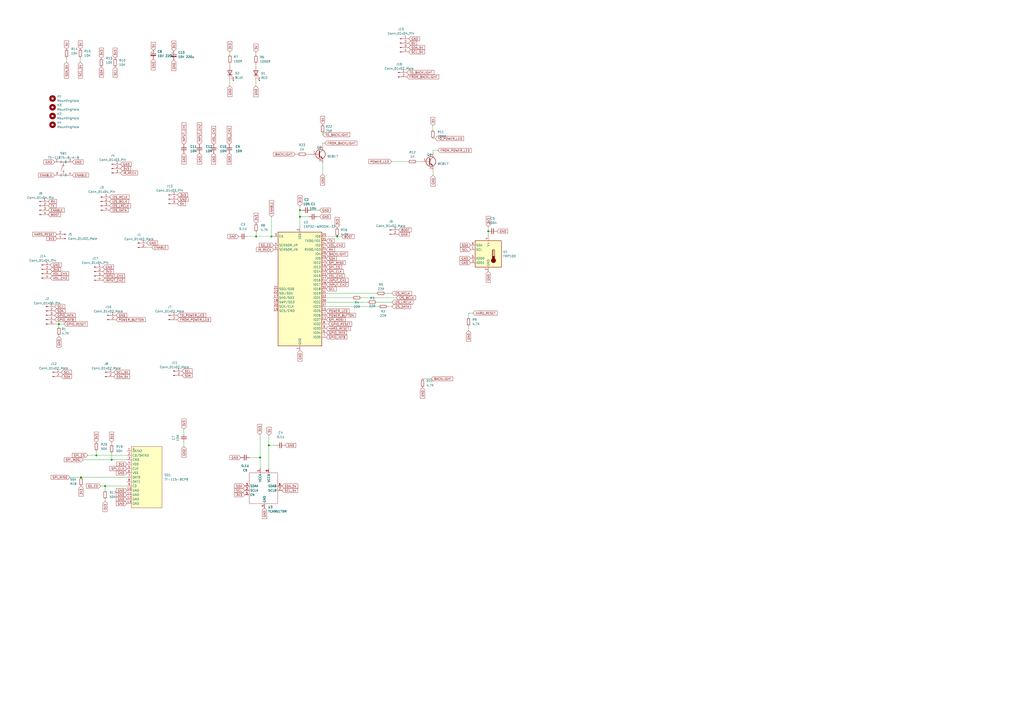
<source format=kicad_sch>
(kicad_sch (version 20231120) (generator "eeschema") (generator_version "8.0")
  (paper "A2")
  (lib_symbols
    (symbol "Connector:Conn_01x02_Male" (pin_names (offset 1.016) hide)
      (property "Reference" "J" (at 0 2.54 0))
      (property "Value" "Conn_01x02_Male" (at 0 -5.08 0))
      (symbol "Conn_01x02_Male_1_1"
        (pin passive line (at 5.08 0 180) (length 3.81) (name "Pin_1") (number "1"))
        (pin passive line (at 5.08 -2.54 180) (length 3.81) (name "Pin_2") (number "2"))
      )
    )
    (symbol "Connector:Conn_01x03_Pin" (pin_names (offset 1.016) hide)
      (property "Reference" "J" (at 0 5.08 0))
      (property "Value" "Conn_01x03_Pin" (at 0 -5.08 0))
      (symbol "Conn_01x03_Pin_1_1"
        (pin passive line (at 5.08 2.54 180) (length 3.81) (name "Pin_1") (number "1"))
        (pin passive line (at 5.08 0 180) (length 3.81) (name "Pin_2") (number "2"))
        (pin passive line (at 5.08 -2.54 180) (length 3.81) (name "Pin_3") (number "3"))
      )
    )
    (symbol "Connector:Conn_01x04_Pin" (pin_names (offset 1.016) hide)
      (property "Reference" "J" (at 0 5.08 0))
      (property "Value" "Conn_01x04_Pin" (at 0 -7.62 0))
      (symbol "Conn_01x04_Pin_1_1"
        (pin passive line (at 5.08 2.54 180) (length 3.81) (name "Pin_1") (number "1"))
        (pin passive line (at 5.08 0 180) (length 3.81) (name "Pin_2") (number "2"))
        (pin passive line (at 5.08 -2.54 180) (length 3.81) (name "Pin_3") (number "3"))
        (pin passive line (at 5.08 -5.08 180) (length 3.81) (name "Pin_4") (number "4"))
      )
    )
    (symbol "Connector:Conn_01x05_Pin" (pin_names (offset 1.016) hide)
      (property "Reference" "J" (at 0 7.62 0))
      (property "Value" "Conn_01x05_Pin" (at 0 -7.62 0))
      (symbol "Conn_01x05_Pin_1_1"
        (pin passive line (at 5.08 5.08 180) (length 3.81) (name "Pin_1") (number "1"))
        (pin passive line (at 5.08 2.54 180) (length 3.81) (name "Pin_2") (number "2"))
        (pin passive line (at 5.08 0 180) (length 3.81) (name "Pin_3") (number "3"))
        (pin passive line (at 5.08 -2.54 180) (length 3.81) (name "Pin_4") (number "4"))
        (pin passive line (at 5.08 -5.08 180) (length 3.81) (name "Pin_5") (number "5"))
      )
    )
    (symbol "Device:C_Polarized_Small" (pin_numbers hide) (pin_names (offset 0.254) hide)
      (property "Reference" "C" (at 0.254 1.778 0))
      (property "Value" "C_Polarized_Small" (at 0.254 -2.032 0))
      (symbol "C_Polarized_Small_1_1"
        (pin passive line (at 0 2.54 270) (length 1.8542) (name "~") (number "1"))
        (pin passive line (at 0 -2.54 90) (length 1.8542) (name "~") (number "2"))
      )
    )
    (symbol "Device:C_Small" (pin_numbers hide) (pin_names (offset 0.254) hide)
      (property "Reference" "C" (at 0.254 1.778 0))
      (property "Value" "C_Small" (at 0.254 -2.032 0))
      (symbol "C_Small_1_1"
        (pin passive line (at 0 2.54 270) (length 2.032) (name "~") (number "1"))
        (pin passive line (at 0 -2.54 90) (length 2.032) (name "~") (number "2"))
      )
    )
    (symbol "Device:LED" (pin_numbers hide) (pin_names (offset 1.016) hide)
      (property "Reference" "D" (at 0 2.54 0))
      (property "Value" "LED" (at 0 -2.54 0))
      (symbol "LED_1_1"
        (pin passive line (at -3.81 0 0) (length 2.54) (name "K") (number "1"))
        (pin passive line (at 3.81 0 180) (length 2.54) (name "A") (number "2"))
      )
    )
    (symbol "Device:R_Small" (pin_numbers hide) (pin_names (offset 0.254) hide)
      (property "Reference" "R" (at 0.762 0.508 0))
      (property "Value" "R_Small" (at 0.762 -1.016 0))
      (symbol "R_Small_1_1"
        (pin passive line (at 0 2.54 270) (length 0.762) (name "~") (number "1"))
        (pin passive line (at 0 -2.54 90) (length 0.762) (name "~") (number "2"))
      )
    )
    (symbol "Interface_LineDriver:TCA9517DR"
      (property "Reference" "U" (at 0 7.62 0))
      (property "Value" "TCA9517DR" (at 6.35 -1.27 0))
      (symbol "TCA9517DR_1_1"
        (pin input line (at -2.54 20.32 270) (length 2.54) (name "VCCA") (number "1"))
        (pin bidirectional line (at -11.43 7.62 0) (length 2.54) (name "SCLA") (number "2"))
        (pin bidirectional line (at -11.43 10.16 0) (length 2.54) (name "SDAA") (number "3"))
        (pin input line (at 0 -2.54 90) (length 2.54) (name "GND") (number "4"))
        (pin input line (at -11.43 5.08 0) (length 2.54) (name "EN") (number "5"))
        (pin bidirectional line (at 10.16 10.16 180) (length 2.54) (name "SDAB") (number "6"))
        (pin bidirectional line (at 10.16 7.62 180) (length 2.54) (name "SCLB") (number "7"))
        (pin input line (at 2.54 20.32 270) (length 2.54) (name "VCCB") (number "8"))
      )
    )
    (symbol "Mechanical:MountingHole" (pin_names (offset 1.016))
      (property "Reference" "H" (at 0 5.08 0))
      (property "Value" "MountingHole" (at 0 3.175 0))
    )
    (symbol "RF_Module:ESP32-WROOM-32"
      (property "Reference" "U" (at -12.7 34.29 0))
      (property "Value" "ESP32-WROOM-32" (at 1.27 34.29 0))
      (symbol "ESP32-WROOM-32_1_1"
        (pin power_in line (at 0 -35.56 90) (length 2.54) (name "GND") (number "1"))
        (pin bidirectional line (at 15.24 -12.7 180) (length 2.54) (name "IO25") (number "10"))
        (pin bidirectional line (at 15.24 -15.24 180) (length 2.54) (name "IO26") (number "11"))
        (pin bidirectional line (at 15.24 -17.78 180) (length 2.54) (name "IO27") (number "12"))
        (pin bidirectional line (at 15.24 10.16 180) (length 2.54) (name "IO14") (number "13"))
        (pin bidirectional line (at 15.24 15.24 180) (length 2.54) (name "IO12") (number "14"))
        (pin passive line (at 0 -35.56 90) (length 2.54) hide (name "GND") (number "15"))
        (pin bidirectional line (at 15.24 12.7 180) (length 2.54) (name "IO13") (number "16"))
        (pin bidirectional line (at -15.24 -5.08 0) (length 2.54) (name "SHD/SD2") (number "17"))
        (pin bidirectional line (at -15.24 -7.62 0) (length 2.54) (name "SWP/SD3") (number "18"))
        (pin bidirectional line (at -15.24 -12.7 0) (length 2.54) (name "SCS/CMD") (number "19"))
        (pin power_in line (at 0 35.56 270) (length 2.54) (name "VDD") (number "2"))
        (pin bidirectional line (at -15.24 -10.16 0) (length 2.54) (name "SCK/CLK") (number "20"))
        (pin bidirectional line (at -15.24 0 0) (length 2.54) (name "SDO/SD0") (number "21"))
        (pin bidirectional line (at -15.24 -2.54 0) (length 2.54) (name "SDI/SD1") (number "22"))
        (pin bidirectional line (at 15.24 7.62 180) (length 2.54) (name "IO15") (number "23"))
        (pin bidirectional line (at 15.24 25.4 180) (length 2.54) (name "IO2") (number "24"))
        (pin bidirectional line (at 15.24 30.48 180) (length 2.54) (name "IO0") (number "25"))
        (pin bidirectional line (at 15.24 20.32 180) (length 2.54) (name "IO4") (number "26"))
        (pin bidirectional line (at 15.24 5.08 180) (length 2.54) (name "IO16") (number "27"))
        (pin bidirectional line (at 15.24 2.54 180) (length 2.54) (name "IO17") (number "28"))
        (pin bidirectional line (at 15.24 17.78 180) (length 2.54) (name "IO5") (number "29"))
        (pin input line (at -15.24 30.48 0) (length 2.54) (name "EN") (number "3"))
        (pin bidirectional line (at 15.24 0 180) (length 2.54) (name "IO18") (number "30"))
        (pin bidirectional line (at 15.24 -2.54 180) (length 2.54) (name "IO19") (number "31"))
        (pin no_connect line (at -12.7 -27.94 0) (length 2.54) hide (name "NC") (number "32"))
        (pin bidirectional line (at 15.24 -5.08 180) (length 2.54) (name "IO21") (number "33"))
        (pin bidirectional line (at 15.24 22.86 180) (length 2.54) (name "RXD0/IO3") (number "34"))
        (pin bidirectional line (at 15.24 27.94 180) (length 2.54) (name "TXD0/IO1") (number "35"))
        (pin bidirectional line (at 15.24 -7.62 180) (length 2.54) (name "IO22") (number "36"))
        (pin bidirectional line (at 15.24 -10.16 180) (length 2.54) (name "IO23") (number "37"))
        (pin passive line (at 0 -35.56 90) (length 2.54) hide (name "GND") (number "38"))
        (pin passive line (at 0 -35.56 90) (length 2.54) hide (name "GND") (number "39"))
        (pin input line (at -15.24 25.4 0) (length 2.54) (name "SENSOR_VP") (number "4"))
        (pin input line (at -15.24 22.86 0) (length 2.54) (name "SENSOR_VN") (number "5"))
        (pin input line (at 15.24 -25.4 180) (length 2.54) (name "IO34") (number "6"))
        (pin input line (at 15.24 -27.94 180) (length 2.54) (name "IO35") (number "7"))
        (pin bidirectional line (at 15.24 -20.32 180) (length 2.54) (name "IO32") (number "8"))
        (pin bidirectional line (at 15.24 -22.86 180) (length 2.54) (name "IO33") (number "9"))
      )
    )
    (symbol "Sensor_Temperature:TMP100"
      (property "Reference" "U" (at 10.16 6.35 0))
      (property "Value" "TMP100" (at 12.7 3.81 0))
      (symbol "TMP100_1_1"
        (pin input line (at -10.16 2.54 0) (length 2.54) (name "SCL") (number "1"))
        (pin power_in line (at 0 -10.16 90) (length 2.54) (name "GND") (number "2"))
        (pin input line (at -10.16 -5.08 0) (length 2.54) (name "ADD1") (number "3"))
        (pin power_in line (at 0 10.16 270) (length 2.54) (name "V+") (number "4"))
        (pin input line (at -10.16 -2.54 0) (length 2.54) (name "ADD0") (number "5"))
        (pin bidirectional line (at -10.16 5.08 0) (length 2.54) (name "SDA") (number "6"))
      )
    )
    (symbol "Transistor_BJT:2N3055" (pin_names (offset 0) hide)
      (property "Reference" "Q" (at 5.08 1.905 0))
      (property "Value" "2N3055" (at 5.08 0 0))
      (symbol "2N3055_1_1"
        (pin input line (at -5.08 0 0) (length 5.715) (name "B") (number "1"))
        (pin passive line (at 2.54 -5.08 90) (length 2.54) (name "E") (number "2"))
        (pin passive line (at 2.54 5.08 270) (length 2.54) (name "C") (number "3"))
      )
    )
    (symbol "easyeda2kicad:TF-115-BCP9"
      (property "Reference" "Card" (at 0 20.32 0))
      (property "Value" "TF-115-BCP9" (at 0 -20.32 0))
      (symbol "TF-115-BCP9_0_1"
        (pin unspecified line (at -11.43 15.24 0) (length 2.54) (name "DATA2") (number "1"))
        (pin unspecified line (at -11.43 -7.62 0) (length 2.54) (name "GND") (number "10"))
        (pin unspecified line (at -11.43 -10.16 0) (length 2.54) (name "GND") (number "11"))
        (pin unspecified line (at -11.43 -12.7 0) (length 2.54) (name "GND") (number "12"))
        (pin unspecified line (at -11.43 -15.24 0) (length 2.54) (name "GND") (number "13"))
        (pin unspecified line (at -11.43 12.7 0) (length 2.54) (name "CD/DATA3") (number "2"))
        (pin unspecified line (at -11.43 10.16 0) (length 2.54) (name "CMD") (number "3"))
        (pin unspecified line (at -11.43 7.62 0) (length 2.54) (name "VDD") (number "4"))
        (pin unspecified line (at -11.43 5.08 0) (length 2.54) (name "CLK") (number "5"))
        (pin unspecified line (at -11.43 2.54 0) (length 2.54) (name "VSS") (number "6"))
        (pin unspecified line (at -11.43 0 0) (length 2.54) (name "DAT0") (number "7"))
        (pin unspecified line (at -11.43 -2.54 0) (length 2.54) (name "DAT1") (number "8"))
        (pin unspecified line (at -11.43 -5.08 0) (length 2.54) (name "CD") (number "9"))
      )
    )
    (symbol "easyeda2kicad:TS-1187A-B-A-B"
      (property "Reference" "SW" (at 0 7.62 0))
      (property "Value" "TS-1187A-B-A-B" (at 0 -10.16 0))
      (symbol "TS-1187A-B-A-B_0_1"
        (pin unspecified line (at -5.08 2.54 0) (length 2.54) (name "A") (number "1"))
        (pin unspecified line (at 5.08 2.54 180) (length 2.54) (name "B") (number "2"))
        (pin unspecified line (at -5.08 -5.08 0) (length 2.54) (name "C") (number "3"))
        (pin unspecified line (at 5.08 -5.08 180) (length 2.54) (name "D") (number "4"))
      )
    )
  )
  (junction (at 148.59 137.16))
  (junction (at 195.58 137.16))
  (junction (at 173.99 121.92))
  (junction (at 46.99 276.86))
  (junction (at 155.956 258.318))
  (junction (at 283.21 134.112))
  (junction (at 60.96 281.94))
  (junction (at 157.48 137.16))
  (junction (at 173.99 125.73))
  (junction (at 64.77 266.7))
  (junction (at 55.88 264.16))
  (junction (at 150.876 265.43))
  (junction (at 34.163 187.96))
  (wire (pts (xy 185.42 121.92) (xy 180.34 121.92)))
  (wire (pts (xy 55.88 261.62) (xy 55.88 264.16)))
  (wire (pts (xy 173.99 119.38) (xy 173.99 121.92)))
  (wire (pts (xy 283.21 131.445) (xy 283.21 134.112)))
  (wire (pts (xy 179.07 125.73) (xy 173.99 125.73)))
  (wire (pts (xy 187.1726 78.1681) (xy 187.1726 77.2791)))
  (wire (pts (xy 251.1837 98.7925) (xy 251.1837 101.7135)))
  (wire (pts (xy 251.0567 72.7575) (xy 251.0567 75.2975)))
  (wire (pts (xy 46.99 276.86) (xy 73.66 276.86)))
  (wire (pts (xy 60.96 281.94) (xy 73.66 281.94)))
  (wire (pts (xy 64.77 266.7) (xy 73.66 266.7)))
  (wire (pts (xy 187.1726 94.5511) (xy 187.1726 101.1551)))
  (wire (pts (xy 58.42 281.94) (xy 60.96 281.94)))
  (wire (pts (xy 156.083 252.603) (xy 155.956 252.603)))
  (wire (pts (xy 155.956 258.318) (xy 155.956 271.78)))
  (wire (pts (xy 133.35 31.75) (xy 133.35 30.099)))
  (wire (pts (xy 55.88 264.16) (xy 73.66 264.16)))
  (wire (pts (xy 283.21 134.112) (xy 283.21 137.16)))
  (wire (pts (xy 251.1837 87.2355) (xy 251.1837 88.6325)))
  (wire (pts (xy 224.79 177.8) (xy 227.33 177.8)))
  (wire (pts (xy 223.52 170.18) (xy 227.33 170.18)))
  (wire (pts (xy 185.42 125.73) (xy 184.15 125.73)))
  (wire (pts (xy 150.622 252.095) (xy 150.876 252.095)))
  (wire (pts (xy 187.1726 84.3911) (xy 187.1726 82.9941)))
  (wire (pts (xy 106.68 248.92) (xy 106.68 251.46)))
  (wire (pts (xy 250.19 219.71) (xy 245.11 219.71)))
  (wire (pts (xy 34.163 187.96) (xy 31.75 187.96)))
  (wire (pts (xy 229.87 172.72) (xy 209.55 172.72)))
  (wire (pts (xy 144.78 265.43) (xy 150.876 265.43)))
  (wire (pts (xy 143.51 137.16) (xy 148.59 137.16)))
  (wire (pts (xy 48.26 266.7) (xy 64.77 266.7)))
  (wire (pts (xy 156.083 252.476) (xy 156.083 252.603)))
  (wire (pts (xy 173.99 125.73) (xy 173.99 132.08)))
  (wire (pts (xy 148.59 134.62) (xy 148.59 137.16)))
  (wire (pts (xy 34.163 189.611) (xy 34.163 187.96)))
  (wire (pts (xy 187.1726 82.9941) (xy 188.4426 82.9941)))
  (wire (pts (xy 227.33 175.26) (xy 218.44 175.26)))
  (wire (pts (xy 64.77 256.54) (xy 64.77 257.81)))
  (wire (pts (xy 85.09 143.51) (xy 88.011 143.51)))
  (wire (pts (xy 148.463 38.481) (xy 148.463 36.957)))
  (wire (pts (xy 50.8 264.16) (xy 55.88 264.16)))
  (wire (pts (xy 133.35 38.354) (xy 133.35 36.83)))
  (wire (pts (xy 219.71 177.8) (xy 189.23 177.8)))
  (wire (pts (xy 148.59 137.16) (xy 157.48 137.16)))
  (wire (pts (xy 150.876 265.43) (xy 150.876 271.78)))
  (wire (pts (xy 148.463 49.911) (xy 148.463 46.101)))
  (wire (pts (xy 195.58 137.16) (xy 189.23 137.16)))
  (wire (pts (xy 213.36 175.26) (xy 189.23 175.26)))
  (wire (pts (xy 171.1706 89.4711) (xy 172.6946 89.4711)))
  (wire (pts (xy 251.1837 87.2355) (xy 253.9777 87.2355)))
  (wire (pts (xy 271.78 191.77) (xy 271.78 189.23)))
  (wire (pts (xy 37.084 187.96) (xy 34.163 187.96)))
  (wire (pts (xy 204.47 172.72) (xy 189.23 172.72)))
  (wire (pts (xy 38.608 33.528) (xy 38.608 36.068)))
  (wire (pts (xy 241.7857 93.7125) (xy 243.5637 93.7125)))
  (wire (pts (xy 133.35 49.784) (xy 133.35 45.974)))
  (wire (pts (xy 155.956 252.603) (xy 155.956 258.318)))
  (wire (pts (xy 190.5 187.96) (xy 189.23 187.96)))
  (wire (pts (xy 189.23 170.18) (xy 218.44 170.18)))
  (wire (pts (xy 150.876 252.095) (xy 150.876 265.43)))
  (wire (pts (xy 274.32 181.61) (xy 271.78 181.61)))
  (wire (pts (xy 252.4537 80.3775) (xy 251.0567 80.3775)))
  (wire (pts (xy 34.163 195.199) (xy 34.163 194.691)))
  (wire (pts (xy 60.96 290.83) (xy 60.96 289.56)))
  (wire (pts (xy 173.99 121.92) (xy 173.99 125.73)))
  (wire (pts (xy 155.956 258.318) (xy 160.274 258.318)))
  (wire (pts (xy 271.78 184.15) (xy 271.78 181.61)))
  (wire (pts (xy 175.26 121.92) (xy 173.99 121.92)))
  (wire (pts (xy 64.77 262.89) (xy 64.77 266.7)))
  (wire (pts (xy 148.463 31.877) (xy 148.463 30.226)))
  (wire (pts (xy 198.12 137.16) (xy 195.58 137.16)))
  (wire (pts (xy 177.7746 89.4711) (xy 179.5526 89.4711)))
  (wire (pts (xy 60.96 284.48) (xy 60.96 281.94)))
  (wire (pts (xy 157.48 125.73) (xy 157.48 137.16)))
  (wire (pts (xy 46.609 33.528) (xy 46.609 36.068)))
  (wire (pts (xy 157.48 137.16) (xy 158.75 137.16)))
  (wire (pts (xy 227.1807 93.7125) (xy 236.7057 93.7125)))
  (wire (pts (xy 40.64 276.86) (xy 46.99 276.86)))
  (wire (pts (xy 106.68 259.08) (xy 106.68 256.54)))
  (global_label "VOL_CH1" (shape input) (at 132.969 83.82 90) (property "Intersheetrefs" "${INTERSHEET_REFS}" (effects (hide yes))))
  (global_label "SDA_5V" (shape input) (at 237.109 27.559 0) (property "Intersheetrefs" "${INTERSHEET_REFS}" (effects (hide yes))))
  (global_label "GND" (shape input) (at 59.69 154.94 0) (property "Intersheetrefs" "${INTERSHEET_REFS}" (effects (hide yes))))
  (global_label "VOL_CH2" (shape input) (at 29.21 161.29 0) (property "Intersheetrefs" "${INTERSHEET_REFS}" (effects (hide yes))))
  (global_label "GND" (shape input) (at 29.21 153.67 0) (property "Intersheetrefs" "${INTERSHEET_REFS}" (effects (hide yes))))
  (global_label "5V" (shape input) (at 38.608 28.448 90) (property "Intersheetrefs" "${INTERSHEET_REFS}" (effects (hide yes))))
  (global_label "GND" (shape input) (at 73.66 292.1 180) (property "Intersheetrefs" "${INTERSHEET_REFS}" (effects (hide yes))))
  (global_label "GND" (shape input) (at 231.14 135.89 0) (property "Intersheetrefs" "${INTERSHEET_REFS}" (effects (hide yes))))
  (global_label "GND" (shape input) (at 106.68 259.08 270) (property "Intersheetrefs" "${INTERSHEET_REFS}" (effects (hide yes))))
  (global_label "GND" (shape input) (at 237.109 22.479 0) (property "Intersheetrefs" "${INTERSHEET_REFS}" (effects (hide yes))))
  (global_label "5V" (shape input) (at 46.609 28.448 90) (property "Intersheetrefs" "${INTERSHEET_REFS}" (effects (hide yes))))
  (global_label "5V" (shape input) (at 156.083 252.476 90) (property "Intersheetrefs" "${INTERSHEET_REFS}" (effects (hide yes))))
  (global_label "BOOT" (shape input) (at 198.12 137.16 0) (property "Intersheetrefs" "${INTERSHEET_REFS}" (effects (hide yes))))
  (global_label "GND" (shape input) (at 41.91 93.98 0) (property "Intersheetrefs" "${INTERSHEET_REFS}" (effects (hide yes))))
  (global_label "IR_RECV" (shape input) (at 69.85 100.33 0) (property "Intersheetrefs" "${INTERSHEET_REFS}" (effects (hide yes))))
  (global_label "RX" (shape input) (at 189.23 144.78 0) (property "Intersheetrefs" "${INTERSHEET_REFS}" (effects (hide yes))))
  (global_label "3V3" (shape input) (at 69.85 97.79 0) (property "Intersheetrefs" "${INTERSHEET_REFS}" (effects (hide yes))))
  (global_label "SCL_5V" (shape input) (at 66.04 215.9 0) (property "Intersheetrefs" "${INTERSHEET_REFS}" (effects (hide yes))))
  (global_label "GPIO_INTA" (shape input) (at 189.23 193.04 0) (property "Intersheetrefs" "${INTERSHEET_REFS}" (effects (hide yes))))
  (global_label "3V3" (shape input) (at 106.68 248.92 90) (property "Intersheetrefs" "${INTERSHEET_REFS}" (effects (hide yes))))
  (global_label "SDA_5V" (shape input) (at 66.04 218.44 0) (property "Intersheetrefs" "${INTERSHEET_REFS}" (effects (hide yes))))
  (global_label "SPI_MOSI" (shape input) (at 189.23 185.42 0) (property "Intersheetrefs" "${INTERSHEET_REFS}" (effects (hide yes))))
  (global_label "SDA" (shape input) (at 58.801 38.862 270) (property "Intersheetrefs" "${INTERSHEET_REFS}" (effects (hide yes))))
  (global_label "SCL" (shape input) (at 105.6103 215.2452 0) (property "Intersheetrefs" "${INTERSHEET_REFS}" (effects (hide yes))))
  (global_label "GND" (shape input) (at 34.163 195.199 270) (property "Intersheetrefs" "${INTERSHEET_REFS}" (effects (hide yes))))
  (global_label "BOOT" (shape input) (at 231.14 133.35 0) (property "Intersheetrefs" "${INTERSHEET_REFS}" (effects (hide yes))))
  (global_label "POWER_BUTTON" (shape input) (at 67.31 185.42 0) (property "Intersheetrefs" "${INTERSHEET_REFS}" (effects (hide yes))))
  (global_label "3V3" (shape input) (at 55.88 256.54 90) (property "Intersheetrefs" "${INTERSHEET_REFS}" (effects (hide yes))))
  (global_label "INPUT_CH2" (shape input) (at 115.697 83.82 90) (property "Intersheetrefs" "${INTERSHEET_REFS}" (effects (hide yes))))
  (global_label "GND" (shape input) (at 88.9 34.29 270) (property "Intersheetrefs" "${INTERSHEET_REFS}" (effects (hide yes))))
  (global_label "HARD_RESET" (shape input) (at 274.32 181.61 0) (property "Intersheetrefs" "${INTERSHEET_REFS}" (effects (hide yes))))
  (global_label "3V3" (shape input) (at 73.66 269.24 180) (property "Intersheetrefs" "${INTERSHEET_REFS}" (effects (hide yes))))
  (global_label "5V" (shape input) (at 102.87 118.11 0) (property "Intersheetrefs" "${INTERSHEET_REFS}" (effects (hide yes))))
  (global_label "3V3" (shape input) (at 100.838 29.718 90) (property "Intersheetrefs" "${INTERSHEET_REFS}" (effects (hide yes))))
  (global_label "SCL" (shape input) (at 31.75 177.8 0) (property "Intersheetrefs" "${INTERSHEET_REFS}" (effects (hide yes))))
  (global_label "GND" (shape input) (at 106.68 88.9 270) (property "Intersheetrefs" "${INTERSHEET_REFS}" (effects (hide yes))))
  (global_label "GND" (shape input) (at 100.838 34.798 270) (property "Intersheetrefs" "${INTERSHEET_REFS}" (effects (hide yes))))
  (global_label "SDA_5V" (shape input) (at 163.576 281.94 0) (property "Intersheetrefs" "${INTERSHEET_REFS}" (effects (hide yes))))
  (global_label "TO_BACKLIGHT" (shape input) (at 187.1726 78.1681 0) (property "Intersheetrefs" "${INTERSHEET_REFS}" (effects (hide yes))))
  (global_label "3V3" (shape input) (at 46.99 281.94 270) (property "Intersheetrefs" "${INTERSHEET_REFS}" (effects (hide yes))))
  (global_label "SPI_MOSI" (shape input) (at 48.26 266.7 180) (property "Intersheetrefs" "${INTERSHEET_REFS}" (effects (hide yes))))
  (global_label "GPIO_INTB" (shape input) (at 189.23 195.58 0) (property "Intersheetrefs" "${INTERSHEET_REFS}" (effects (hide yes))))
  (global_label "GND" (shape input) (at 69.85 95.25 0) (property "Intersheetrefs" "${INTERSHEET_REFS}" (effects (hide yes))))
  (global_label "SDA" (shape input) (at 35.56 218.44 0) (property "Intersheetrefs" "${INTERSHEET_REFS}" (effects (hide yes))))
  (global_label "5V" (shape input) (at 88.9 29.21 90) (property "Intersheetrefs" "${INTERSHEET_REFS}" (effects (hide yes))))
  (global_label "I2S_MCLK" (shape input) (at 63.5 114.3 0) (property "Intersheetrefs" "${INTERSHEET_REFS}" (effects (hide yes))))
  (global_label "SCL" (shape input) (at 189.23 167.64 0) (property "Intersheetrefs" "${INTERSHEET_REFS}" (effects (hide yes))))
  (global_label "I2S_DATA" (shape input) (at 63.5 121.92 0) (property "Intersheetrefs" "${INTERSHEET_REFS}" (effects (hide yes))))
  (global_label "I2S_BCLK" (shape input) (at 63.5 116.84 0) (property "Intersheetrefs" "${INTERSHEET_REFS}" (effects (hide yes))))
  (global_label "GND" (shape input) (at 73.66 284.48 180) (property "Intersheetrefs" "${INTERSHEET_REFS}" (effects (hide yes))))
  (global_label "HARD_RESET" (shape input) (at 189.23 190.5 0) (property "Intersheetrefs" "${INTERSHEET_REFS}" (effects (hide yes))))
  (global_label "3V3" (shape input) (at 173.99 119.38 90) (property "Intersheetrefs" "${INTERSHEET_REFS}" (effects (hide yes))))
  (global_label "SCL_5V" (shape input) (at 163.576 284.48 0) (property "Intersheetrefs" "${INTERSHEET_REFS}" (effects (hide yes))))
  (global_label "VOL_CH1" (shape input) (at 189.23 160.02 0) (property "Intersheetrefs" "${INTERSHEET_REFS}" (effects (hide yes))))
  (global_label "GND" (shape input) (at 138.43 137.16 180) (property "Intersheetrefs" "${INTERSHEET_REFS}" (effects (hide yes))))
  (global_label "5V" (shape input) (at 237.109 25.019 0) (property "Intersheetrefs" "${INTERSHEET_REFS}" (effects (hide yes))))
  (global_label "3V3" (shape input) (at 33.02 138.43 180) (property "Intersheetrefs" "${INTERSHEET_REFS}" (effects (hide yes))))
  (global_label "SD_CD" (shape input) (at 158.75 142.24 180) (property "Intersheetrefs" "${INTERSHEET_REFS}" (effects (hide yes))))
  (global_label "SDA_5V" (shape input) (at 38.608 36.068 270) (property "Intersheetrefs" "${INTERSHEET_REFS}" (effects (hide yes))))
  (global_label "GND" (shape input) (at 185.42 125.73 0) (property "Intersheetrefs" "${INTERSHEET_REFS}" (effects (hide yes))))
  (global_label "INPUT_CH2" (shape input) (at 59.69 162.56 0) (property "Intersheetrefs" "${INTERSHEET_REFS}" (effects (hide yes))))
  (global_label "BOOT" (shape input) (at 27.94 124.46 0) (property "Intersheetrefs" "${INTERSHEET_REFS}" (effects (hide yes))))
  (global_label "3V3" (shape input) (at 150.622 252.095 90) (property "Intersheetrefs" "${INTERSHEET_REFS}" (effects (hide yes))))
  (global_label "GND" (shape input) (at 73.66 289.56 180) (property "Intersheetrefs" "${INTERSHEET_REFS}" (effects (hide yes))))
  (global_label "3V3" (shape input) (at 64.77 256.54 90) (property "Intersheetrefs" "${INTERSHEET_REFS}" (effects (hide yes))))
  (global_label "GND" (shape input) (at 102.87 115.57 0) (property "Intersheetrefs" "${INTERSHEET_REFS}" (effects (hide yes))))
  (global_label "3V3" (shape input) (at 141.986 287.02 180) (property "Intersheetrefs" "${INTERSHEET_REFS}" (effects (hide yes))))
  (global_label "SPI_CS" (shape input) (at 189.23 154.94 0) (property "Intersheetrefs" "${INTERSHEET_REFS}" (effects (hide yes))))
  (global_label "I2S_DATA" (shape input) (at 227.33 177.8 0) (property "Intersheetrefs" "${INTERSHEET_REFS}" (effects (hide yes))))
  (global_label "SCL" (shape input) (at 141.986 284.48 180) (property "Intersheetrefs" "${INTERSHEET_REFS}" (effects (hide yes))))
  (global_label "GND" (shape input) (at 185.42 121.92 0) (property "Intersheetrefs" "${INTERSHEET_REFS}" (effects (hide yes))))
  (global_label "SPI_MISO" (shape input) (at 40.64 276.86 180) (property "Intersheetrefs" "${INTERSHEET_REFS}" (effects (hide yes))))
  (global_label "POWER_LED" (shape input) (at 189.23 180.34 0) (property "Intersheetrefs" "${INTERSHEET_REFS}" (effects (hide yes))))
  (global_label "GND" (shape input) (at 153.416 294.64 270) (property "Intersheetrefs" "${INTERSHEET_REFS}" (effects (hide yes))))
  (global_label "GND" (shape input) (at 133.35 49.784 270) (property "Intersheetrefs" "${INTERSHEET_REFS}" (effects (hide yes))))
  (global_label "GND" (shape input) (at 139.7 265.43 180) (property "Intersheetrefs" "${INTERSHEET_REFS}" (effects (hide yes))))
  (global_label "SPI_CLK" (shape input) (at 189.23 157.48 0) (property "Intersheetrefs" "${INTERSHEET_REFS}" (effects (hide yes))))
  (global_label "SCL" (shape input) (at 35.56 215.9 0) (property "Intersheetrefs" "${INTERSHEET_REFS}" (effects (hide yes))))
  (global_label "FROM_POWER_LED" (shape input) (at 253.9777 87.2355 0) (property "Intersheetrefs" "${INTERSHEET_REFS}" (effects (hide yes))))
  (global_label "GPIO_RESET" (shape input) (at 190.5 187.96 0) (property "Intersheetrefs" "${INTERSHEET_REFS}" (effects (hide yes))))
  (global_label "5V" (shape input) (at 187.1726 72.1991 90) (property "Intersheetrefs" "${INTERSHEET_REFS}" (effects (hide yes))))
  (global_label "GND" (shape input) (at 273.05 149.86 180) (property "Intersheetrefs" "${INTERSHEET_REFS}" (effects (hide yes))))
  (global_label "RX" (shape input) (at 27.94 116.84 0) (property "Intersheetrefs" "${INTERSHEET_REFS}" (effects (hide yes))))
  (global_label "GND" (shape input) (at 273.05 152.4 180) (property "Intersheetrefs" "${INTERSHEET_REFS}" (effects (hide yes))))
  (global_label "GND" (shape input) (at 245.11 224.79 270) (property "Intersheetrefs" "${INTERSHEET_REFS}" (effects (hide yes))))
  (global_label "SCL_5V" (shape input) (at 46.609 36.068 270) (property "Intersheetrefs" "${INTERSHEET_REFS}" (effects (hide yes))))
  (global_label "VOL_CH2" (shape input) (at 123.952 83.82 90) (property "Intersheetrefs" "${INTERSHEET_REFS}" (effects (hide yes))))
  (global_label "SCL" (shape input) (at 66.802 38.862 270) (property "Intersheetrefs" "${INTERSHEET_REFS}" (effects (hide yes))))
  (global_label "TO_POWER_LED" (shape input) (at 252.4537 80.3775 0) (property "Intersheetrefs" "${INTERSHEET_REFS}" (effects (hide yes))))
  (global_label "ENABLE" (shape input) (at 31.75 101.6 180) (property "Intersheetrefs" "${INTERSHEET_REFS}" (effects (hide yes))))
  (global_label "BACKLIGHT" (shape input) (at 189.23 147.32 0) (property "Intersheetrefs" "${INTERSHEET_REFS}" (effects (hide yes))))
  (global_label "SDA" (shape input) (at 141.986 281.94 180) (property "Intersheetrefs" "${INTERSHEET_REFS}" (effects (hide yes))))
  (global_label "GND" (shape input) (at 73.66 274.32 180) (property "Intersheetrefs" "${INTERSHEET_REFS}" (effects (hide yes))))
  (global_label "BACKLIGHT" (shape input) (at 250.19 219.71 0) (property "Intersheetrefs" "${INTERSHEET_REFS}" (effects (hide yes))))
  (global_label "3V3" (shape input) (at 195.58 132.08 90) (property "Intersheetrefs" "${INTERSHEET_REFS}" (effects (hide yes))))
  (global_label "3V3" (shape input) (at 60.96 290.83 270) (property "Intersheetrefs" "${INTERSHEET_REFS}" (effects (hide yes))))
  (global_label "FROM_POWER_LED" (shape input) (at 102.87 185.42 0) (property "Intersheetrefs" "${INTERSHEET_REFS}" (effects (hide yes))))
  (global_label "GND" (shape input) (at 31.75 93.98 180) (property "Intersheetrefs" "${INTERSHEET_REFS}" (effects (hide yes))))
  (global_label "3V3" (shape input) (at 66.802 33.782 90) (property "Intersheetrefs" "${INTERSHEET_REFS}" (effects (hide yes))))
  (global_label "GPIO_RESET" (shape input) (at 37.084 187.96 0) (property "Intersheetrefs" "${INTERSHEET_REFS}" (effects (hide yes))))
  (global_label "GND" (shape input) (at 165.354 258.318 0) (property "Intersheetrefs" "${INTERSHEET_REFS}" (effects (hide yes))))
  (global_label "SPI_MISO" (shape input) (at 189.23 152.4 0) (property "Intersheetrefs" "${INTERSHEET_REFS}" (effects (hide yes))))
  (global_label "GND" (shape input) (at 73.66 287.02 180) (property "Intersheetrefs" "${INTERSHEET_REFS}" (effects (hide yes))))
  (global_label "BACKLIGHT" (shape input) (at 171.1706 89.4711 180) (property "Intersheetrefs" "${INTERSHEET_REFS}" (effects (hide yes))))
  (global_label "I2S_LRCLK" (shape input) (at 227.33 175.26 0) (property "Intersheetrefs" "${INTERSHEET_REFS}" (effects (hide yes))))
  (global_label "SPI_CS" (shape input) (at 50.8 264.16 180) (property "Intersheetrefs" "${INTERSHEET_REFS}" (effects (hide yes))))
  (global_label "TX" (shape input) (at 189.23 139.7 0) (property "Intersheetrefs" "${INTERSHEET_REFS}" (effects (hide yes))))
  (global_label "GND" (shape input) (at 67.31 182.88 0) (property "Intersheetrefs" "${INTERSHEET_REFS}" (effects (hide yes))))
  (global_label "GND" (shape input) (at 288.29 134.112 0) (property "Intersheetrefs" "${INTERSHEET_REFS}" (effects (hide yes))))
  (global_label "GND" (shape input) (at 132.969 88.9 270) (property "Intersheetrefs" "${INTERSHEET_REFS}" (effects (hide yes))))
  (global_label "ENABLE" (shape input) (at 27.94 121.92 0) (property "Intersheetrefs" "${INTERSHEET_REFS}" (effects (hide yes))))
  (global_label "ENABLE" (shape input) (at 41.91 101.6 0) (property "Intersheetrefs" "${INTERSHEET_REFS}" (effects (hide yes))))
  (global_label "ENABLE" (shape input) (at 157.48 125.73 90) (property "Intersheetrefs" "${INTERSHEET_REFS}" (effects (hide yes))))
  (global_label "FROM_BACKLIGHT" (shape input) (at 235.966 44.577 0) (property "Intersheetrefs" "${INTERSHEET_REFS}" (effects (hide yes))))
  (global_label "GND" (shape input) (at 271.78 191.77 270) (property "Intersheetrefs" "${INTERSHEET_REFS}" (effects (hide yes))))
  (global_label "3V3" (shape input) (at 283.21 131.445 90) (property "Intersheetrefs" "${INTERSHEET_REFS}" (effects (hide yes))))
  (global_label "3V3" (shape input) (at 29.21 156.21 0) (property "Intersheetrefs" "${INTERSHEET_REFS}" (effects (hide yes))))
  (global_label "GND" (shape input) (at 283.21 157.48 270) (property "Intersheetrefs" "${INTERSHEET_REFS}" (effects (hide yes))))
  (global_label "I2S_MCLK" (shape input) (at 227.33 170.18 0) (property "Intersheetrefs" "${INTERSHEET_REFS}" (effects (hide yes))))
  (global_label "I2S_LRCLK" (shape input) (at 63.5 119.38 0) (property "Intersheetrefs" "${INTERSHEET_REFS}" (effects (hide yes))))
  (global_label "FROM_BACKLIGHT" (shape input) (at 188.4426 82.9941 0) (property "Intersheetrefs" "${INTERSHEET_REFS}" (effects (hide yes))))
  (global_label "SDA" (shape input) (at 31.75 180.34 0) (property "Intersheetrefs" "${INTERSHEET_REFS}" (effects (hide yes))))
  (global_label "GND" (shape input) (at 85.09 140.97 0) (property "Intersheetrefs" "${INTERSHEET_REFS}" (effects (hide yes))))
  (global_label "INPUT_CH2" (shape input) (at 189.23 165.1 0) (property "Intersheetrefs" "${INTERSHEET_REFS}" (effects (hide yes))))
  (global_label "SD_CD" (shape input) (at 58.42 281.94 180) (property "Intersheetrefs" "${INTERSHEET_REFS}" (effects (hide yes))))
  (global_label "TO_BACKLIGHT" (shape input) (at 235.966 42.037 0) (property "Intersheetrefs" "${INTERSHEET_REFS}" (effects (hide yes))))
  (global_label "I2S_BCLK" (shape input) (at 229.87 172.72 0) (property "Intersheetrefs" "${INTERSHEET_REFS}" (effects (hide yes))))
  (global_label "GPIO_INTB" (shape input) (at 31.75 185.42 0) (property "Intersheetrefs" "${INTERSHEET_REFS}" (effects (hide yes))))
  (global_label "SPI_CLK" (shape input) (at 73.66 271.78 180) (property "Intersheetrefs" "${INTERSHEET_REFS}" (effects (hide yes))))
  (global_label "SDA" (shape input) (at 273.05 142.24 180) (property "Intersheetrefs" "${INTERSHEET_REFS}" (effects (hide yes))))
  (global_label "GND" (shape input) (at 187.1726 101.1551 270) (property "Intersheetrefs" "${INTERSHEET_REFS}" (effects (hide yes))))
  (global_label "3V3" (shape input) (at 102.87 113.03 0) (property "Intersheetrefs" "${INTERSHEET_REFS}" (effects (hide yes))))
  (global_label "SDA" (shape input) (at 105.6103 217.7852 0) (property "Intersheetrefs" "${INTERSHEET_REFS}" (effects (hide yes))))
  (global_label "POWER_BUTTON" (shape input) (at 189.23 182.88 0) (property "Intersheetrefs" "${INTERSHEET_REFS}" (effects (hide yes))))
  (global_label "ENABLE" (shape input) (at 88.011 143.51 0) (property "Intersheetrefs" "${INTERSHEET_REFS}" (effects (hide yes))))
  (global_label "HARD_RESET" (shape input) (at 33.02 135.89 180) (property "Intersheetrefs" "${INTERSHEET_REFS}" (effects (hide yes))))
  (global_label "SDA" (shape input) (at 189.23 149.86 0) (property "Intersheetrefs" "${INTERSHEET_REFS}" (effects (hide yes))))
  (global_label "3V3" (shape input) (at 58.801 33.782 90) (property "Intersheetrefs" "${INTERSHEET_REFS}" (effects (hide yes))))
  (global_label "3V3" (shape input) (at 148.59 129.54 90) (property "Intersheetrefs" "${INTERSHEET_REFS}" (effects (hide yes))))
  (global_label "VOL_CH1" (shape input) (at 29.21 158.75 0) (property "Intersheetrefs" "${INTERSHEET_REFS}" (effects (hide yes))))
  (global_label "POWER_LED" (shape input) (at 227.1807 93.7125 180) (property "Intersheetrefs" "${INTERSHEET_REFS}" (effects (hide yes))))
  (global_label "INPUT_CH1" (shape input) (at 59.69 160.02 0) (property "Intersheetrefs" "${INTERSHEET_REFS}" (effects (hide yes))))
  (global_label "GND" (shape input) (at 148.463 49.911 270) (property "Intersheetrefs" "${INTERSHEET_REFS}" (effects (hide yes))))
  (global_label "3V3" (shape input) (at 133.35 30.099 90) (property "Intersheetrefs" "${INTERSHEET_REFS}" (effects (hide yes))))
  (global_label "3V3" (shape input) (at 59.69 157.48 0) (property "Intersheetrefs" "${INTERSHEET_REFS}" (effects (hide yes))))
  (global_label "INPUT_CH1" (shape input) (at 189.23 162.56 0) (property "Intersheetrefs" "${INTERSHEET_REFS}" (effects (hide yes))))
  (global_label "5V" (shape input) (at 251.0567 72.7575 90) (property "Intersheetrefs" "${INTERSHEET_REFS}" (effects (hide yes))))
  (global_label "GND" (shape input) (at 123.952 88.9 270) (property "Intersheetrefs" "${INTERSHEET_REFS}" (effects (hide yes))))
  (global_label "GND" (shape input) (at 251.1837 101.7135 270) (property "Intersheetrefs" "${INTERSHEET_REFS}" (effects (hide yes))))
  (global_label "5V" (shape input) (at 148.463 30.226 90) (property "Intersheetrefs" "${INTERSHEET_REFS}" (effects (hide yes))))
  (global_label "GND" (shape input) (at 173.99 203.2 270) (property "Intersheetrefs" "${INTERSHEET_REFS}" (effects (hide yes))))
  (global_label "GPIO_INTA" (shape input) (at 31.75 182.88 0) (property "Intersheetrefs" "${INTERSHEET_REFS}" (effects (hide yes))))
  (global_label "SCL" (shape input) (at 273.05 144.78 180) (property "Intersheetrefs" "${INTERSHEET_REFS}" (effects (hide yes))))
  (global_label "GND" (shape input) (at 115.697 88.9 270) (property "Intersheetrefs" "${INTERSHEET_REFS}" (effects (hide yes))))
  (global_label "IR_RECV" (shape input) (at 158.75 144.78 180) (property "Intersheetrefs" "${INTERSHEET_REFS}" (effects (hide yes))))
  (global_label "TO_POWER_LED" (shape input) (at 102.87 182.88 0) (property "Intersheetrefs" "${INTERSHEET_REFS}" (effects (hide yes))))
  (global_label "VOL_CH2" (shape input) (at 189.23 142.24 0) (property "Intersheetrefs" "${INTERSHEET_REFS}" (effects (hide yes))))
  (global_label "INPUT_CH1" (shape input) (at 106.68 83.82 90) (property "Intersheetrefs" "${INTERSHEET_REFS}" (effects (hide yes))))
  (global_label "TX" (shape input) (at 27.94 119.38 0) (property "Intersheetrefs" "${INTERSHEET_REFS}" (effects (hide yes))))
  (global_label "SCL_5V" (shape input) (at 237.109 30.099 0) (property "Intersheetrefs" "${INTERSHEET_REFS}" (effects (hide yes))))
  (symbol (lib_id "Mechanical:MountingHole") (at 30.48 67.31 0) (unit 1)
    (property "Reference" "H2" (at 33.02 66.0399 0) (effects (justify left)))
    (property "Value" "MountingHole" (at 33.02 68.5799 0) (effects (justify left)))
    (property "Footprint" "MountingHole:MountingHole_3.2mm_M3_DIN965_Pad_TopOnly" (effects (hide yes)))
  )
  (symbol (lib_id "RF_Module:ESP32-WROOM-32") (at 173.99 167.64 0) (unit 1)
    (property "Reference" "U2" (at 176.0094 128.905 0) (effects (justify left)))
    (property "Value" "ESP32-WROOM-32" (at 176.0094 131.445 0) (effects (justify left)))
    (property "Footprint" "PCM_Espressif:ESP32-WROOM-32E" (effects (hide yes)))
    (property "Datasheet" "https://www.espressif.com/sites/default/files/documentation/esp32-wroom-32_datasheet_en.pdf" (effects (hide yes)))
    (property "Mouser" "356-ESP32WRM32UE28UH" (effects (hide yes)))
  )
  (symbol (lib_id "Device:R_Small") (at 195.58 134.62 0) (unit 1)
    (property "Reference" "R16" (at 197.612 133.3499 0) (effects (justify left)))
    (property "Value" "4.7K" (at 197.612 135.8899 0) (effects (justify left)))
    (property "Footprint" "Resistor_SMD:R_0603_1608Metric_Pad0.98x0.95mm_HandSolder" (effects (hide yes)))
  )
  (symbol (lib_id "easyeda2kicad:TS-1187A-B-A-B") (at 36.83 96.52 0) (unit 1)
    (property "Reference" "SW1" (at 36.83 88.9 0))
    (property "Value" "TS-1187A-B-A-B" (at 36.83 91.44 0))
    (property "Footprint" "easyeda2kicad:SW-SMD_4P-L5.1-W5.1-P3.70-LS6.5-TL_H1.5" (effects (hide yes)))
    (property "Datasheet" "https://lcsc.com/product-detail/Tactile-Switches_XKB-Enterprise-TS-1187-B-A-A_C318884.html" (effects (hide yes)))
    (property "LCSC Part" "C318884" (effects (hide yes)))
  )
  (symbol (lib_id "Device:R_Small") (at 34.163 192.151 180) (unit 1)
    (property "Reference" "R1" (at 35.687 190.881 0) (effects (justify right)))
    (property "Value" "4.7K" (at 35.687 193.421 0) (effects (justify right)))
    (property "Footprint" "Resistor_SMD:R_0603_1608Metric_Pad0.98x0.95mm_HandSolder" (effects (hide yes)))
  )
  (symbol (lib_id "Device:R_Small") (at 55.88 259.08 0) (unit 1)
    (property "Reference" "R20" (at 58.42 257.8099 0) (effects (justify left)))
    (property "Value" "50K" (at 58.42 260.3499 0) (effects (justify left)))
    (property "Footprint" "Resistor_SMD:R_0603_1608Metric_Pad0.98x0.95mm_HandSolder" (effects (hide yes)))
  )
  (symbol (lib_id "Device:R_Small") (at 58.801 36.322 0) (unit 1)
    (property "Reference" "R13" (at 61.341 33.7819 0) (effects (justify left)))
    (property "Value" "10K" (at 61.341 36.3219 0) (effects (justify left)))
    (property "Footprint" "Resistor_SMD:R_0603_1608Metric_Pad0.98x0.95mm_HandSolder" (effects (hide yes)))
  )
  (symbol (lib_id "Connector:Conn_01x02_Male") (at 80.01 140.97 0) (unit 1)
    (property "Reference" "J1" (at 80.645 136.144 0))
    (property "Value" "Conn_01x02_Male" (at 80.645 138.684 0))
    (property "Footprint" "Connector_JST:JST_PH_B2B-PH-K_1x02_P2.00mm_Vertical" (effects (hide yes)))
  )
  (symbol (lib_id "Device:C_Small") (at 162.814 258.318 90) (unit 1)
    (property "Reference" "C4" (at 162.8203 250.952 90))
    (property "Value" "0.1U" (at 162.8203 253.492 90))
    (property "Footprint" "Capacitor_SMD:C_0805_2012Metric_Pad1.18x1.45mm_HandSolder" (effects (hide yes)))
  )
  (symbol (lib_id "Device:R_Small") (at 148.463 34.417 0) (unit 1)
    (property "Reference" "R6" (at 150.622 33.1469 0) (effects (justify left)))
    (property "Value" "1000R" (at 150.622 35.6869 0) (effects (justify left)))
    (property "Footprint" "Resistor_SMD:R_0603_1608Metric_Pad0.98x0.95mm_HandSolder" (effects (hide yes)))
  )
  (symbol (lib_id "Device:C_Small") (at 142.24 265.43 270) (unit 1)
    (property "Reference" "C6" (at 142.2337 272.796 90))
    (property "Value" "0.1U" (at 142.2337 270.256 90))
    (property "Footprint" "Capacitor_SMD:C_0805_2012Metric_Pad1.18x1.45mm_HandSolder" (effects (hide yes)))
  )
  (symbol (lib_id "Device:R_Small") (at 46.609 30.988 0) (unit 1)
    (property "Reference" "R15" (at 48.768 29.7179 0) (effects (justify left)))
    (property "Value" "10K" (at 48.768 32.2579 0) (effects (justify left)))
    (property "Footprint" "Resistor_SMD:R_0603_1608Metric_Pad0.98x0.95mm_HandSolder" (effects (hide yes)))
  )
  (symbol (lib_id "Device:C_Small") (at 115.697 86.36 180) (unit 1)
    (property "Reference" "C12" (at 119.2767 85.0835 0) (effects (justify right)))
    (property "Value" "10N" (at 119.2767 87.6235 0) (effects (justify right)))
    (property "Footprint" "Capacitor_SMD:C_0603_1608Metric_Pad1.08x0.95mm_HandSolder" (effects (hide yes)))
  )
  (symbol (lib_id "Connector:Conn_01x02_Male") (at 62.23 182.88 0) (unit 1)
    (property "Reference" "J10" (at 62.865 178.054 0))
    (property "Value" "Conn_01x02_Male" (at 62.865 180.594 0))
    (property "Footprint" "Connector_JST:JST_PH_B2B-PH-K_1x02_P2.00mm_Vertical" (effects (hide yes)))
  )
  (symbol (lib_id "Device:C_Small") (at 123.952 86.36 180) (unit 1)
    (property "Reference" "C10" (at 127.5317 85.0835 0) (effects (justify right)))
    (property "Value" "10N" (at 127.5317 87.6235 0) (effects (justify right)))
    (property "Footprint" "Capacitor_SMD:C_0603_1608Metric_Pad1.08x0.95mm_HandSolder" (effects (hide yes)))
  )
  (symbol (lib_id "Connector:Conn_01x02_Male") (at 226.06 133.35 0) (unit 1)
    (property "Reference" "J9" (at 226.695 128.524 0))
    (property "Value" "Conn_01x02_Male" (at 226.695 131.064 0))
    (property "Footprint" "Connector_PinHeader_2.54mm:PinHeader_1x02_P2.54mm_Vertical" (effects (hide yes)))
  )
  (symbol (lib_id "Connector:Conn_01x04_Pin") (at 232.029 25.019 0) (unit 1)
    (property "Reference" "J15" (at 232.664 16.891 0))
    (property "Value" "Conn_01x04_Pin" (at 232.664 19.431 0))
    (property "Footprint" "Connector_JST:JST_PH_B4B-PH-K_1x04_P2.00mm_Vertical" (effects (hide yes)))
  )
  (symbol (lib_id "Connector:Conn_01x02_Male") (at 230.886 42.037 0) (unit 1)
    (property "Reference" "J16" (at 231.521 37.211 0))
    (property "Value" "Conn_01x02_Male" (at 231.521 39.751 0))
    (property "Footprint" "Connector_JST:JST_PH_B2B-PH-K_1x02_P2.00mm_Vertical" (effects (hide yes)))
  )
  (symbol (lib_id "Device:R_Small") (at 64.77 260.35 0) (unit 1)
    (property "Reference" "R19" (at 67.31 259.0799 0) (effects (justify left)))
    (property "Value" "50K" (at 67.31 261.6199 0) (effects (justify left)))
    (property "Footprint" "Resistor_SMD:R_0603_1608Metric_Pad0.98x0.95mm_HandSolder" (effects (hide yes)))
  )
  (symbol (lib_id "Connector:Conn_01x02_Male") (at 97.79 182.88 0) (unit 1)
    (property "Reference" "J7" (at 98.425 178.054 0))
    (property "Value" "Conn_01x02_Male" (at 98.425 180.594 0))
    (property "Footprint" "Connector_JST:JST_PH_B2B-PH-K_1x02_P2.00mm_Vertical" (effects (hide yes)))
  )
  (symbol (lib_id "Device:R_Small") (at 46.99 279.4 180) (unit 1)
    (property "Reference" "R18" (at 44.45 280.6701 0) (effects (justify left)))
    (property "Value" "50K" (at 44.45 278.1301 0) (effects (justify left)))
    (property "Footprint" "Resistor_SMD:R_0603_1608Metric_Pad0.98x0.95mm_HandSolder" (effects (hide yes)))
  )
  (symbol (lib_id "Device:LED") (at 133.35 42.164 90) (unit 1)
    (property "Reference" "D2" (at 136.271 42.4814 90) (effects (justify right)))
    (property "Value" "BLUE" (at 136.271 45.0214 90) (effects (justify right)))
    (property "Footprint" "LED_SMD:LED_0603_1608Metric" (effects (hide yes)))
    (property "LCSC" "NCD0603R1" (effects (hide yes)))
  )
  (symbol (lib_id "Device:R_Small") (at 187.1726 74.7391 180) (unit 1)
    (property "Reference" "R22" (at 188.8236 73.469 0) (effects (justify right)))
    (property "Value" "75R" (at 188.8236 76.009 0) (effects (justify right)))
    (property "Footprint" "Resistor_SMD:R_0603_1608Metric_Pad0.98x0.95mm_HandSolder" (effects (hide yes)))
  )
  (symbol (lib_id "Connector:Conn_01x03_Pin") (at 97.79 115.57 0) (unit 1)
    (property "Reference" "J13" (at 98.425 107.95 0))
    (property "Value" "Conn_01x03_Pin" (at 98.425 110.49 0))
    (property "Footprint" "Connector_JST:JST_PH_B3B-PH-K_1x03_P2.00mm_Vertical" (effects (hide yes)))
    (property "Description" "Generic connector, single row, 01x03, script generated" (effects (hide yes)))
  )
  (symbol (lib_id "Device:R_Small") (at 251.0567 77.8375 180) (unit 1)
    (property "Reference" "R11" (at 253.7237 76.5674 0) (effects (justify right)))
    (property "Value" "700R" (at 253.7237 79.1074 0) (effects (justify right)))
    (property "Footprint" "Resistor_SMD:R_0603_1608Metric_Pad0.98x0.95mm_HandSolder" (effects (hide yes)))
  )
  (symbol (lib_id "easyeda2kicad:TF-115-BCP9") (at 85.09 276.86 0) (unit 1)
    (property "Reference" "SD1" (at 95.25 275.5899 0) (effects (justify left)))
    (property "Value" "TF-115-BCP9" (at 95.25 278.1299 0) (effects (justify left)))
    (property "Footprint" "easyeda2kicad:TF-SMD_TF-115-BCP9" (effects (hide yes)))
    (property "Datasheet" "https://lcsc.com/product-detail/Card-Sockets-Connectors_XUNPU-TF-115-BCP9_C720505.html" (effects (hide yes)))
    (property "LCSC Part" "C720505" (effects (hide yes)))
  )
  (symbol (lib_id "Device:C_Small") (at 140.97 137.16 90) (unit 1)
    (property "Reference" "C3" (at 140.9763 130.175 90))
    (property "Value" "0.1U" (at 140.9763 132.715 90))
    (property "Footprint" "Capacitor_SMD:C_0805_2012Metric_Pad1.18x1.45mm_HandSolder" (effects (hide yes)))
  )
  (symbol (lib_id "Device:C_Small") (at 132.969 86.36 180) (unit 1)
    (property "Reference" "C9" (at 136.5487 85.0835 0) (effects (justify right)))
    (property "Value" "10N" (at 136.5487 87.6235 0) (effects (justify right)))
    (property "Footprint" "Capacitor_SMD:C_0603_1608Metric_Pad1.08x0.95mm_HandSolder" (effects (hide yes)))
  )
  (symbol (lib_id "Device:C_Small") (at 106.68 86.36 180) (unit 1)
    (property "Reference" "C11" (at 110.2597 85.0835 0) (effects (justify right)))
    (property "Value" "10N" (at 110.2597 87.6235 0) (effects (justify right)))
    (property "Footprint" "Capacitor_SMD:C_0603_1608Metric_Pad1.08x0.95mm_HandSolder" (effects (hide yes)))
  )
  (symbol (lib_id "Mechanical:MountingHole") (at 30.48 62.23 0) (unit 1)
    (property "Reference" "H3" (at 33.02 60.9599 0) (effects (justify left)))
    (property "Value" "MountingHole" (at 33.02 63.4999 0) (effects (justify left)))
    (property "Footprint" "MountingHole:MountingHole_3.2mm_M3_DIN965_Pad_TopOnly" (effects (hide yes)))
  )
  (symbol (lib_id "Transistor_BJT:2N3055") (at 184.6326 89.4711 0) (unit 1)
    (property "Reference" "Q2" (at 183.7436 85.5341 0) (effects (justify left)))
    (property "Value" "BC817" (at 189.8396 90.741 0) (effects (justify left)))
    (property "Footprint" "Package_TO_SOT_SMD:TSOT-23" (effects (hide yes)))
    (property "Datasheet" "http://www.onsemi.com/pub_link/Collateral/2N3055-D.PDF" (effects (hide yes)))
    (property "Mouser" "637-BC817K-40 " (effects (hide yes)))
  )
  (symbol (lib_id "Device:R_Small") (at 215.9 175.26 90) (unit 1)
    (property "Reference" "R3" (at 215.9 172.974 90))
    (property "Value" "22R" (at 215.9 177.546 90))
    (property "Footprint" "Resistor_SMD:R_0603_1608Metric" (effects (hide yes)))
    (property "Description" "Resistor, small symbol" (effects (hide yes)))
    (property "Mouser" "603-RT0805FRE0722RL" (effects (hide yes)))
  )
  (symbol (lib_id "Device:R_Small") (at 66.802 36.322 0) (unit 1)
    (property "Reference" "R10" (at 68.961 35.0519 0) (effects (justify left)))
    (property "Value" "10K" (at 68.961 37.5919 0) (effects (justify left)))
    (property "Footprint" "Resistor_SMD:R_0603_1608Metric_Pad0.98x0.95mm_HandSolder" (effects (hide yes)))
  )
  (symbol (lib_id "Mechanical:MountingHole") (at 30.48 57.15 0) (unit 1)
    (property "Reference" "H1" (at 33.02 55.8799 0) (effects (justify left)))
    (property "Value" "MountingHole" (at 33.02 58.4199 0) (effects (justify left)))
    (property "Footprint" "MountingHole:MountingHole_3.2mm_M3_DIN965_Pad_TopOnly" (effects (hide yes)))
  )
  (symbol (lib_id "Connector:Conn_01x02_Male") (at 100.5303 215.2452 0) (unit 1)
    (property "Reference" "J11" (at 101.1653 210.4192 0))
    (property "Value" "Conn_01x02_Male" (at 101.1653 212.9592 0))
    (property "Footprint" "Connector_JST:JST_PH_B2B-PH-K_1x02_P2.00mm_Vertical" (effects (hide yes)))
  )
  (symbol (lib_id "Device:C_Polarized_Small") (at 88.9 31.75 0) (unit 1)
    (property "Reference" "C8" (at 91.313 29.9339 0) (effects (justify left)))
    (property "Value" "10V 220u" (at 91.313 32.4739 0) (effects (justify left)))
    (property "Footprint" "Capacitor_THT:CP_Radial_D6.3mm_P2.50mm" (effects (hide yes)))
  )
  (symbol (lib_id "Device:R_Small") (at 220.98 170.18 90) (unit 1)
    (property "Reference" "R5" (at 220.98 165.1 90))
    (property "Value" "22R" (at 220.98 167.64 90))
    (property "Footprint" "Resistor_SMD:R_0603_1608Metric" (effects (hide yes)))
    (property "Description" "Resistor, small symbol" (effects (hide yes)))
    (property "Mouser" "603-RT0805FRE0722RL" (effects (hide yes)))
  )
  (symbol (lib_id "Device:R_Small") (at 207.01 172.72 90) (unit 1)
    (property "Reference" "R4" (at 207.01 175.514 90))
    (property "Value" "22R" (at 207.01 178.054 90))
    (property "Footprint" "Resistor_SMD:R_0603_1608Metric" (effects (hide yes)))
    (property "Description" "Resistor, small symbol" (effects (hide yes)))
    (property "Mouser" "603-RT0805FRE0722RL" (effects (hide yes)))
  )
  (symbol (lib_id "Device:R_Small") (at 245.11 222.25 0) (unit 1)
    (property "Reference" "R21" (at 247.269 220.9799 0) (effects (justify left)))
    (property "Value" "4.7K" (at 247.269 223.5199 0) (effects (justify left)))
    (property "Footprint" "Resistor_SMD:R_0603_1608Metric_Pad0.98x0.95mm_HandSolder" (effects (hide yes)))
  )
  (symbol (lib_id "Interface_LineDriver:TCA9517DR") (at 153.416 292.1 0) (unit 1)
    (property "Reference" "U3" (at 155.4354 294.132 0) (effects (justify left)))
    (property "Value" "TCA9517DR" (at 155.4354 296.672 0) (effects (justify left)))
    (property "Footprint" "Package_SO:SOIC-8_3.9x4.9mm_P1.27mm" (effects (hide yes)))
    (property "Mouser" "595-TCA9517DR" (effects (hide yes)))
  )
  (symbol (lib_id "Connector:Conn_01x05_Pin") (at 26.67 182.88 0) (unit 1)
    (property "Reference" "J2" (at 27.305 173.355 0))
    (property "Value" "Conn_01x05_Pin" (at 27.305 175.895 0))
    (property "Footprint" "Connector_JST:JST_PH_B5B-PH-K_1x05_P2.00mm_Vertical" (effects (hide yes)))
  )
  (symbol (lib_id "Sensor_Temperature:TMP100") (at 283.21 147.32 0) (unit 1)
    (property "Reference" "U1" (at 291.719 146.0499 0) (effects (justify left)))
    (property "Value" "TMP100" (at 291.719 148.5899 0) (effects (justify left)))
    (property "Footprint" "Package_TO_SOT_SMD:SOT-23-6" (effects (hide yes)))
    (property "Datasheet" "http://www.ti.com/lit/gpn/tmp100" (effects (hide yes)))
  )
  (symbol (lib_id "Device:R_Small") (at 133.35 34.29 0) (unit 1)
    (property "Reference" "R7" (at 135.509 33.0199 0) (effects (justify left)))
    (property "Value" "150R" (at 135.509 35.5599 0) (effects (justify left)))
    (property "Footprint" "Resistor_SMD:R_0603_1608Metric_Pad0.98x0.95mm_HandSolder" (effects (hide yes)))
  )
  (symbol (lib_id "Device:R_Small") (at 175.2346 89.4711 90) (unit 1)
    (property "Reference" "R23" (at 175.2346 84.1371 90))
    (property "Value" "1K" (at 175.2346 86.6771 90))
    (property "Footprint" "Resistor_SMD:R_0603_1608Metric_Pad0.98x0.95mm_HandSolder" (effects (hide yes)))
  )
  (symbol (lib_id "Device:C_Small") (at 285.75 134.112 90) (unit 1)
    (property "Reference" "C5" (at 285.7563 126.746 90))
    (property "Value" "100n" (at 285.7563 129.286 90))
    (property "Footprint" "Capacitor_SMD:C_0805_2012Metric_Pad1.18x1.45mm_HandSolder" (effects (hide yes)))
  )
  (symbol (lib_id "Device:C_Small") (at 177.8 121.92 90) (unit 1)
    (property "Reference" "C2" (at 177.8 115.824 90))
    (property "Value" "10N" (at 177.8 118.364 90))
    (property "Footprint" "Capacitor_SMD:C_0805_2012Metric_Pad1.18x1.45mm_HandSolder" (effects (hide yes)))
  )
  (symbol (lib_id "Connector:Conn_01x04_Pin") (at 24.13 156.21 0) (unit 1)
    (property "Reference" "J14" (at 24.765 148.59 0))
    (property "Value" "Conn_01x04_Pin" (at 24.765 151.13 0))
    (property "Footprint" "Connector_JST:JST_PH_B4B-PH-K_1x04_P2.00mm_Vertical" (effects (hide yes)))
    (property "Description" "Generic connector, single row, 01x04, script generated" (effects (hide yes)))
  )
  (symbol (lib_id "Device:R_Small") (at 271.78 186.69 0) (unit 1)
    (property "Reference" "R9" (at 273.939 185.4199 0) (effects (justify left)))
    (property "Value" "4.7K" (at 273.939 187.9599 0) (effects (justify left)))
    (property "Footprint" "Resistor_SMD:R_0603_1608Metric_Pad0.98x0.95mm_HandSolder" (effects (hide yes)))
  )
  (symbol (lib_id "Device:R_Small") (at 222.25 177.8 90) (unit 1)
    (property "Reference" "R2" (at 222.25 180.594 90))
    (property "Value" "22R" (at 222.25 183.134 90))
    (property "Footprint" "Resistor_SMD:R_0603_1608Metric" (effects (hide yes)))
    (property "Description" "Resistor, small symbol" (effects (hide yes)))
    (property "Mouser" "603-RT0805FRE0722RL" (effects (hide yes)))
  )
  (symbol (lib_id "Transistor_BJT:2N3055") (at 248.6437 93.7125 0) (unit 1)
    (property "Reference" "Q1" (at 247.7547 89.7755 0) (effects (justify left)))
    (property "Value" "BC817" (at 253.8507 94.9824 0) (effects (justify left)))
    (property "Footprint" "Package_TO_SOT_SMD:TSOT-23" (effects (hide yes)))
    (property "Datasheet" "http://www.onsemi.com/pub_link/Collateral/2N3055-D.PDF" (effects (hide yes)))
    (property "Mouser" "637-BC817K-40 " (effects (hide yes)))
  )
  (symbol (lib_id "Device:C_Small") (at 106.68 254 180) (unit 1)
    (property "Reference" "C7" (at 100.584 254 90))
    (property "Value" "10N" (at 103.124 254 90))
    (property "Footprint" "Capacitor_SMD:C_0805_2012Metric_Pad1.18x1.45mm_HandSolder" (effects (hide yes)))
  )
  (symbol (lib_id "Mechanical:MountingHole") (at 30.48 72.39 0) (unit 1)
    (property "Reference" "H4" (at 33.02 71.1199 0) (effects (justify left)))
    (property "Value" "MountingHole" (at 33.02 73.6599 0) (effects (justify left)))
    (property "Footprint" "MountingHole:MountingHole_3.2mm_M3_DIN965_Pad_TopOnly" (effects (hide yes)))
  )
  (symbol (lib_id "Connector:Conn_01x04_Pin") (at 22.86 119.38 0) (unit 1)
    (property "Reference" "J6" (at 23.495 112.141 0))
    (property "Value" "Conn_01x04_Pin" (at 23.495 114.681 0))
    (property "Footprint" "Connector_JST:JST_PH_B4B-PH-K_1x04_P2.00mm_Vertical" (effects (hide yes)))
  )
  (symbol (lib_id "Device:R_Small") (at 239.2457 93.7125 90) (unit 1)
    (property "Reference" "R12" (at 239.2457 88.3785 90))
    (property "Value" "1K" (at 239.2457 90.9185 90))
    (property "Footprint" "Resistor_SMD:R_0603_1608Metric_Pad0.98x0.95mm_HandSolder" (effects (hide yes)))
  )
  (symbol (lib_id "Device:R_Small") (at 38.608 30.988 0) (unit 1)
    (property "Reference" "R14" (at 41.148 28.4479 0) (effects (justify left)))
    (property "Value" "10K" (at 41.148 30.9879 0) (effects (justify left)))
    (property "Footprint" "Resistor_SMD:R_0603_1608Metric_Pad0.98x0.95mm_HandSolder" (effects (hide yes)))
  )
  (symbol (lib_id "Connector:Conn_01x04_Pin") (at 54.61 157.48 0) (unit 1)
    (property "Reference" "J17" (at 55.245 149.86 0))
    (property "Value" "Conn_01x04_Pin" (at 55.245 152.4 0))
    (property "Footprint" "Connector_JST:JST_PH_B4B-PH-K_1x04_P2.00mm_Vertical" (effects (hide yes)))
    (property "Description" "Generic connector, single row, 01x04, script generated" (effects (hide yes)))
  )
  (symbol (lib_id "Connector:Conn_01x02_Male") (at 30.48 215.9 0) (unit 1)
    (property "Reference" "J12" (at 31.115 211.074 0))
    (property "Value" "Conn_01x02_Male" (at 31.115 213.614 0))
    (property "Footprint" "Connector_JST:JST_PH_B2B-PH-K_1x02_P2.00mm_Vertical" (effects (hide yes)))
  )
  (symbol (lib_id "Device:LED") (at 148.463 42.291 90) (unit 1)
    (property "Reference" "D1" (at 151.384 42.6084 90) (effects (justify right)))
    (property "Value" "RED" (at 151.384 45.1484 90) (effects (justify right)))
    (property "Footprint" "LED_SMD:LED_0603_1608Metric" (effects (hide yes)))
    (property "LCSC" "XL-1608UBC-04" (effects (hide yes)))
  )
  (symbol (lib_id "Device:C_Polarized_Small") (at 100.838 32.258 0) (unit 1)
    (property "Reference" "C13" (at 103.251 30.4419 0) (effects (justify left)))
    (property "Value" "10V 220u" (at 103.251 32.9819 0) (effects (justify left)))
    (property "Footprint" "Capacitor_THT:CP_Radial_D6.3mm_P2.50mm" (effects (hide yes)))
  )
  (symbol (lib_id "Device:R_Small") (at 60.96 287.02 0) (unit 1)
    (property "Reference" "R17" (at 63.5 285.7499 0) (effects (justify left)))
    (property "Value" "50K" (at 63.5 288.2899 0) (effects (justify left)))
    (property "Footprint" "Resistor_SMD:R_0603_1608Metric_Pad0.98x0.95mm_HandSolder" (effects (hide yes)))
  )
  (symbol (lib_id "Device:C_Small") (at 181.61 125.73 90) (unit 1)
    (property "Reference" "C1" (at 181.6163 118.364 90))
    (property "Value" "10U" (at 181.6163 120.904 90))
    (property "Footprint" "Capacitor_SMD:C_1206_3216Metric_Pad1.33x1.80mm_HandSolder" (effects (hide yes)))
  )
  (symbol (lib_id "Connector:Conn_01x04_Pin") (at 58.42 116.84 0) (unit 1)
    (property "Reference" "J3" (at 59.055 108.712 0))
    (property "Value" "Conn_01x04_Pin" (at 59.055 111.252 0))
    (property "Footprint" "Connector_JST:JST_PH_B4B-PH-K_1x04_P2.00mm_Vertical" (effects (hide yes)))
  )
  (symbol (lib_id "Connector:Conn_01x03_Pin") (at 64.77 97.79 0) (unit 1)
    (property "Reference" "J4" (at 65.405 90.17 0))
    (property "Value" "Conn_01x03_Pin" (at 65.405 92.71 0))
    (property "Footprint" "Connector_JST:JST_PH_B3B-PH-K_1x03_P2.00mm_Vertical" (effects (hide yes)))
    (property "Description" "Generic connector, single row, 01x03, script generated" (effects (hide yes)))
  )
  (symbol (lib_id "Connector:Conn_01x02_Male") (at 38.1 138.43 180) (unit 1)
    (property "Reference" "J5" (at 39.37 135.8899 0) (effects (justify right)))
    (property "Value" "Conn_01x02_Male" (at 39.37 138.4299 0) (effects (justify right)))
    (property "Footprint" "Connector_PinHeader_2.54mm:PinHeader_1x02_P2.54mm_Vertical" (effects (hide yes)))
  )
  (symbol (lib_id "Connector:Conn_01x02_Male") (at 60.96 215.9 0) (unit 1)
    (property "Reference" "J8" (at 61.595 211.074 0))
    (property "Value" "Conn_01x02_Male" (at 61.595 213.614 0))
    (property "Footprint" "Connector_JST:JST_PH_B2B-PH-K_1x02_P2.00mm_Vertical" (effects (hide yes)))
  )
  (symbol (lib_id "Device:R_Small") (at 148.59 132.08 0) (unit 1)
    (property "Reference" "R8" (at 151.13 130.8099 0) (effects (justify left)))
    (property "Value" "4.7K" (at 151.13 133.3499 0) (effects (justify left)))
    (property "Footprint" "Resistor_SMD:R_0603_1608Metric_Pad0.98x0.95mm_HandSolder" (effects (hide yes)))
  )
)
</source>
